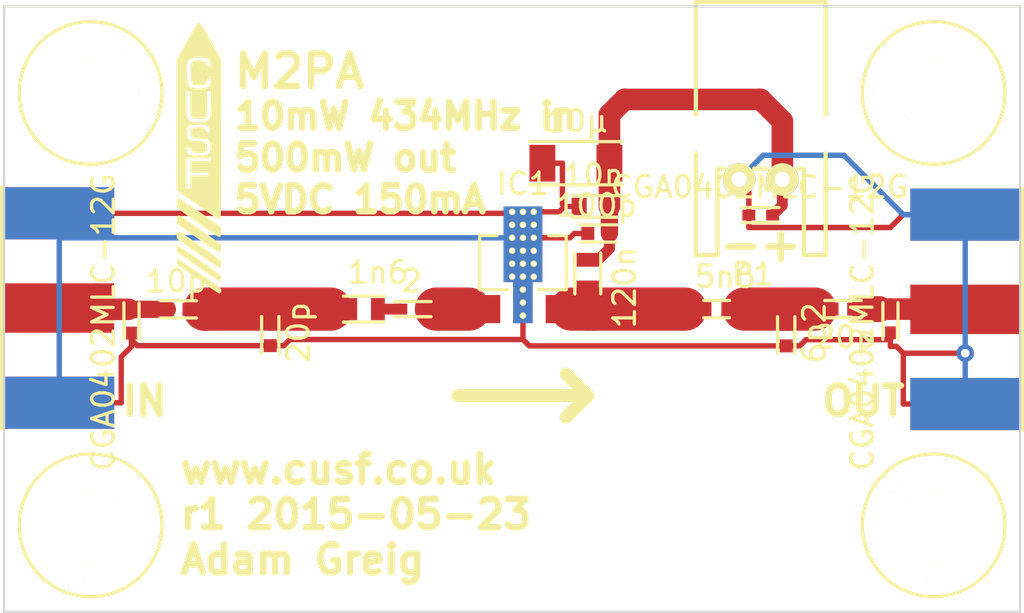
<source format=kicad_pcb>
(kicad_pcb (version 20171130) (host pcbnew "(5.1.12)-1")

  (general
    (thickness 1.6)
    (drawings 17)
    (tracks 122)
    (zones 0)
    (modules 23)
    (nets 10)
  )

  (page A4)
  (title_block
    (title "Martlet 2 RF PA")
    (date "Sat 23 May 2015")
    (rev 1)
    (company "Cambridge University Spaceflight")
    (comment 1 "Drawn By: Adam Greig")
  )

  (layers
    (0 F.Cu signal)
    (31 B.Cu signal)
    (32 B.Adhes user hide)
    (33 F.Adhes user hide)
    (34 B.Paste user)
    (35 F.Paste user)
    (36 B.SilkS user)
    (37 F.SilkS user)
    (38 B.Mask user)
    (39 F.Mask user)
    (40 Dwgs.User user)
    (41 Cmts.User user)
    (42 Eco1.User user)
    (43 Eco2.User user)
    (44 Edge.Cuts user)
    (45 Margin user)
    (46 B.CrtYd user)
    (47 F.CrtYd user)
    (48 B.Fab user)
    (49 F.Fab user)
  )

  (setup
    (last_trace_width 0.25)
    (user_trace_width 0.2)
    (user_trace_width 0.28)
    (user_trace_width 0.3)
    (user_trace_width 0.4)
    (user_trace_width 0.5)
    (user_trace_width 0.8)
    (user_trace_width 1)
    (user_trace_width 1.2)
    (user_trace_width 1.5)
    (user_trace_width 2)
    (trace_clearance 0.2)
    (zone_clearance 0.3)
    (zone_45_only no)
    (trace_min 0.2)
    (via_size 0.8)
    (via_drill 0.4)
    (via_min_size 0.8)
    (via_min_drill 0.4)
    (user_via 0.8 0.4)
    (user_via 1 0.6)
    (uvia_size 0.3)
    (uvia_drill 0.1)
    (uvias_allowed no)
    (uvia_min_size 0.2)
    (uvia_min_drill 0.1)
    (edge_width 0.1)
    (segment_width 0.6)
    (pcb_text_width 0.3)
    (pcb_text_size 1.5 1.5)
    (mod_edge_width 0.15)
    (mod_text_size 1 1)
    (mod_text_width 0.15)
    (pad_size 0.6 0.6)
    (pad_drill 0)
    (pad_to_mask_clearance 0)
    (aux_axis_origin 0 0)
    (visible_elements 7FFFFFFF)
    (pcbplotparams
      (layerselection 0x010f0_80000001)
      (usegerberextensions true)
      (usegerberattributes true)
      (usegerberadvancedattributes true)
      (creategerberjobfile true)
      (excludeedgelayer true)
      (linewidth 0.100000)
      (plotframeref false)
      (viasonmask false)
      (mode 1)
      (useauxorigin false)
      (hpglpennumber 1)
      (hpglpenspeed 20)
      (hpglpendiameter 15.000000)
      (psnegative false)
      (psa4output false)
      (plotreference false)
      (plotvalue false)
      (plotinvisibletext false)
      (padsonsilk false)
      (subtractmaskfromsilk false)
      (outputformat 1)
      (mirror false)
      (drillshape 0)
      (scaleselection 1)
      (outputdirectory "gerbers/"))
  )

  (net 0 "")
  (net 1 "Net-(C1-Pad1)")
  (net 2 "Net-(C1-Pad2)")
  (net 3 GND)
  (net 4 +5V)
  (net 5 "Net-(C5-Pad2)")
  (net 6 "Net-(C7-Pad2)")
  (net 7 "Net-(IC1-Pad1)")
  (net 8 "Net-(IC1-Pad3)")
  (net 9 "Net-(L1-Pad1)")

  (net_class Default "This is the default net class."
    (clearance 0.2)
    (trace_width 0.25)
    (via_dia 0.8)
    (via_drill 0.4)
    (uvia_dia 0.3)
    (uvia_drill 0.1)
    (add_net +5V)
    (add_net GND)
    (add_net "Net-(C1-Pad1)")
    (add_net "Net-(C1-Pad2)")
    (add_net "Net-(C5-Pad2)")
    (add_net "Net-(C7-Pad2)")
    (add_net "Net-(IC1-Pad1)")
    (add_net "Net-(IC1-Pad3)")
    (add_net "Net-(L1-Pad1)")
  )

  (module m2pa:C0402 locked (layer F.Cu) (tedit 53CD9C5E) (tstamp 55607FF7)
    (at 123.55 87.01 180)
    (path /537B564F)
    (fp_text reference C1 (at 0.4 -1.25 180) (layer F.SilkS) hide
      (effects (font (size 1 1) (thickness 0.15)))
    )
    (fp_text value 10p (at 0.6 1.3 180) (layer F.SilkS)
      (effects (font (size 1 1) (thickness 0.15)))
    )
    (fp_line (start -0.35 -0.4) (end 1.35 -0.4) (layer F.SilkS) (width 0.15))
    (fp_line (start -0.35 0.4) (end 1.35 0.4) (layer F.SilkS) (width 0.15))
    (pad 1 smd rect (at 0 0 180) (size 0.6 0.6) (layers F.Cu F.Paste F.Mask)
      (net 1 "Net-(C1-Pad1)"))
    (pad 2 smd rect (at 1 0 180) (size 0.6 0.6) (layers F.Cu F.Paste F.Mask)
      (net 2 "Net-(C1-Pad2)"))
  )

  (module m2pa:C0402 locked (layer F.Cu) (tedit 55609496) (tstamp 55607FFF)
    (at 127.31 88.69 90)
    (path /537B56E0)
    (fp_text reference C2 (at 0.4 -1.25 90) (layer F.SilkS) hide
      (effects (font (size 1 1) (thickness 0.15)))
    )
    (fp_text value 20p (at 0.6 1.3 90) (layer F.SilkS)
      (effects (font (size 1 1) (thickness 0.15)))
    )
    (fp_line (start -0.35 -0.4) (end 1.35 -0.4) (layer F.SilkS) (width 0.15))
    (fp_line (start -0.35 0.4) (end 1.35 0.4) (layer F.SilkS) (width 0.15))
    (pad 1 smd rect (at 0 0 90) (size 0.6 0.6) (layers F.Cu F.Paste F.Mask)
      (net 3 GND) (zone_connect 2))
    (pad 2 smd rect (at 1 0 90) (size 0.6 0.6) (layers F.Cu F.Paste F.Mask)
      (net 1 "Net-(C1-Pad1)"))
  )

  (module m2pa:C0402 (layer F.Cu) (tedit 53CD9C5E) (tstamp 55608007)
    (at 143 83.5 180)
    (path /537B5BFF)
    (fp_text reference C3 (at 0.4 -1.25 180) (layer F.SilkS) hide
      (effects (font (size 1 1) (thickness 0.15)))
    )
    (fp_text value 100p (at 0.6 1.3 180) (layer F.SilkS)
      (effects (font (size 1 1) (thickness 0.15)))
    )
    (fp_line (start -0.35 -0.4) (end 1.35 -0.4) (layer F.SilkS) (width 0.15))
    (fp_line (start -0.35 0.4) (end 1.35 0.4) (layer F.SilkS) (width 0.15))
    (pad 1 smd rect (at 0 0 180) (size 0.6 0.6) (layers F.Cu F.Paste F.Mask)
      (net 4 +5V))
    (pad 2 smd rect (at 1 0 180) (size 0.6 0.6) (layers F.Cu F.Paste F.Mask)
      (net 3 GND))
  )

  (module m2pa:C0603 (layer F.Cu) (tedit 53CD4DE5) (tstamp 5560800F)
    (at 143 82.25 180)
    (path /537B5C80)
    (fp_text reference C4 (at 0.7 -1.35 180) (layer F.SilkS) hide
      (effects (font (size 1 1) (thickness 0.15)))
    )
    (fp_text value 10n (at 0.75 1.45 180) (layer F.SilkS)
      (effects (font (size 1 1) (thickness 0.15)))
    )
    (fp_line (start -0.35 -0.5) (end 1.75 -0.5) (layer F.SilkS) (width 0.15))
    (fp_line (start 1.75 0.5) (end -0.35 0.5) (layer F.SilkS) (width 0.15))
    (pad 1 smd rect (at 0 0 180) (size 0.7 0.8) (layers F.Cu F.Paste F.Mask)
      (net 4 +5V))
    (pad 2 smd rect (at 1.4 0 180) (size 0.7 0.8) (layers F.Cu F.Paste F.Mask)
      (net 3 GND))
  )

  (module m2pa:C0402 locked (layer F.Cu) (tedit 5560948F) (tstamp 55608017)
    (at 151.18 88.7 90)
    (path /537B5A1A)
    (fp_text reference C5 (at 0.4 -1.25 90) (layer F.SilkS) hide
      (effects (font (size 1 1) (thickness 0.15)))
    )
    (fp_text value 6p2 (at 0.6 1.3 90) (layer F.SilkS)
      (effects (font (size 1 1) (thickness 0.15)))
    )
    (fp_line (start -0.35 -0.4) (end 1.35 -0.4) (layer F.SilkS) (width 0.15))
    (fp_line (start -0.35 0.4) (end 1.35 0.4) (layer F.SilkS) (width 0.15))
    (pad 1 smd rect (at 0 0 90) (size 0.6 0.6) (layers F.Cu F.Paste F.Mask)
      (net 3 GND) (zone_connect 2))
    (pad 2 smd rect (at 1 0 90) (size 0.6 0.6) (layers F.Cu F.Paste F.Mask)
      (net 5 "Net-(C5-Pad2)"))
  )

  (module m2pa:C1206 (layer F.Cu) (tedit 53CD9DEC) (tstamp 5560801F)
    (at 143 80.25 180)
    (path /537BBE5B)
    (fp_text reference C6 (at 1.4 -1.85 180) (layer F.SilkS) hide
      (effects (font (size 1 1) (thickness 0.15)))
    )
    (fp_text value 10µ (at 1.5 1.95 180) (layer F.SilkS)
      (effects (font (size 1 1) (thickness 0.15)))
    )
    (fp_line (start -0.6 -1) (end 3.7 -1) (layer F.SilkS) (width 0.15))
    (fp_line (start -0.6 1) (end 3.7 1) (layer F.SilkS) (width 0.15))
    (pad 1 smd rect (at 0 0 180) (size 1.2 1.7) (layers F.Cu F.Paste F.Mask)
      (net 4 +5V))
    (pad 2 smd rect (at 3.1 0 180) (size 1.2 1.7) (layers F.Cu F.Paste F.Mask)
      (net 3 GND))
  )

  (module m2pa:C0402 (layer F.Cu) (tedit 53CD9C5E) (tstamp 55608027)
    (at 153.3 87)
    (path /537B5AA3)
    (fp_text reference C7 (at 0.4 -1.25) (layer F.SilkS) hide
      (effects (font (size 1 1) (thickness 0.15)))
    )
    (fp_text value 20p (at 0.6 1.3) (layer F.SilkS)
      (effects (font (size 1 1) (thickness 0.15)))
    )
    (fp_line (start -0.35 -0.4) (end 1.35 -0.4) (layer F.SilkS) (width 0.15))
    (fp_line (start -0.35 0.4) (end 1.35 0.4) (layer F.SilkS) (width 0.15))
    (pad 1 smd rect (at 0 0) (size 0.6 0.6) (layers F.Cu F.Paste F.Mask)
      (net 5 "Net-(C5-Pad2)"))
    (pad 2 smd rect (at 1 0) (size 0.6 0.6) (layers F.Cu F.Paste F.Mask)
      (net 6 "Net-(C7-Pad2)"))
  )

  (module m2pa:R0402 (layer F.Cu) (tedit 53CDA370) (tstamp 5560802F)
    (at 120.89 87.01 270)
    (path /55607F4A)
    (fp_text reference D1 (at 0.4 -1.25 270) (layer F.SilkS) hide
      (effects (font (size 1 1) (thickness 0.15)))
    )
    (fp_text value CGA0402MLC-12G (at 0.6 1.3 270) (layer F.SilkS)
      (effects (font (size 1 1) (thickness 0.15)))
    )
    (fp_line (start -0.3 -0.35) (end 1.4 -0.35) (layer F.SilkS) (width 0.15))
    (fp_line (start -0.3 0.35) (end 1.4 0.35) (layer F.SilkS) (width 0.15))
    (pad 1 smd rect (at 0 0 270) (size 0.6 0.5) (layers F.Cu F.Paste F.Mask)
      (net 2 "Net-(C1-Pad2)"))
    (pad 2 smd rect (at 1.1 0 270) (size 0.6 0.5) (layers F.Cu F.Paste F.Mask)
      (net 3 GND))
  )

  (module m2pa:R0402 (layer F.Cu) (tedit 53CDA370) (tstamp 55608037)
    (at 156 87 270)
    (path /53D02CEB)
    (fp_text reference D2 (at 0.4 -1.25 270) (layer F.SilkS) hide
      (effects (font (size 1 1) (thickness 0.15)))
    )
    (fp_text value CGA0402MLC-12G (at 0.6 1.3 270) (layer F.SilkS)
      (effects (font (size 1 1) (thickness 0.15)))
    )
    (fp_line (start -0.3 -0.35) (end 1.4 -0.35) (layer F.SilkS) (width 0.15))
    (fp_line (start -0.3 0.35) (end 1.4 0.35) (layer F.SilkS) (width 0.15))
    (pad 1 smd rect (at 0 0 270) (size 0.6 0.5) (layers F.Cu F.Paste F.Mask)
      (net 6 "Net-(C7-Pad2)"))
    (pad 2 smd rect (at 1.1 0 270) (size 0.6 0.5) (layers F.Cu F.Paste F.Mask)
      (net 3 GND))
  )

  (module m2pa:L0603 locked (layer F.Cu) (tedit 53CD4A11) (tstamp 55608068)
    (at 132.29 87 180)
    (path /537BE636)
    (fp_text reference L1 (at 0 -1.6 180) (layer F.SilkS) hide
      (effects (font (size 1 1) (thickness 0.15)))
    )
    (fp_text value 1n6 (at 0 1.7 180) (layer F.SilkS)
      (effects (font (size 1 1) (thickness 0.15)))
    )
    (fp_line (start -0.3 -0.6) (end 1.6 -0.6) (layer F.SilkS) (width 0.15))
    (fp_line (start -0.3 0.6) (end 1.6 0.6) (layer F.SilkS) (width 0.15))
    (pad 1 smd rect (at 0 0 180) (size 0.64 1.02) (layers F.Cu F.Paste F.Mask)
      (net 9 "Net-(L1-Pad1)"))
    (pad 2 smd rect (at 1.28 0 180) (size 0.64 1.02) (layers F.Cu F.Paste F.Mask)
      (net 1 "Net-(C1-Pad1)"))
  )

  (module m2pa:L0603 (layer F.Cu) (tedit 53CD4A11) (tstamp 55608070)
    (at 142 86 90)
    (path /537BE815)
    (fp_text reference L2 (at 0 -1.6 90) (layer F.SilkS) hide
      (effects (font (size 1 1) (thickness 0.15)))
    )
    (fp_text value 120n (at 0 1.7 90) (layer F.SilkS)
      (effects (font (size 1 1) (thickness 0.15)))
    )
    (fp_line (start -0.3 -0.6) (end 1.6 -0.6) (layer F.SilkS) (width 0.15))
    (fp_line (start -0.3 0.6) (end 1.6 0.6) (layer F.SilkS) (width 0.15))
    (pad 1 smd rect (at 0 0 90) (size 0.64 1.02) (layers F.Cu F.Paste F.Mask)
      (net 8 "Net-(IC1-Pad3)"))
    (pad 2 smd rect (at 1.28 0 90) (size 0.64 1.02) (layers F.Cu F.Paste F.Mask)
      (net 4 +5V))
  )

  (module m2pa:L0402 locked (layer F.Cu) (tedit 53CD4996) (tstamp 55608078)
    (at 148.36 87 180)
    (path /537BEED9)
    (fp_text reference L3 (at 0 -1.4 180) (layer F.SilkS) hide
      (effects (font (size 1 1) (thickness 0.15)))
    )
    (fp_text value 5n6 (at 0 1.5 180) (layer F.SilkS)
      (effects (font (size 1 1) (thickness 0.15)))
    )
    (fp_line (start -0.2 -0.4) (end 1 -0.4) (layer F.SilkS) (width 0.15))
    (fp_line (start -0.2 0.4) (end 1 0.4) (layer F.SilkS) (width 0.15))
    (pad 1 smd rect (at 0 0 180) (size 0.36 0.66) (layers F.Cu F.Paste F.Mask)
      (net 5 "Net-(C5-Pad2)"))
    (pad 2 smd rect (at 0.82 0 180) (size 0.36 0.66) (layers F.Cu F.Paste F.Mask)
      (net 8 "Net-(IC1-Pad3)"))
  )

  (module m2pa:S02B-PASK-2 (layer F.Cu) (tedit 555D2368) (tstamp 5560808C)
    (at 149 81)
    (path /55608520)
    (fp_text reference P1 (at 0.64 4.38) (layer F.SilkS)
      (effects (font (size 1 1) (thickness 0.15)))
    )
    (fp_text value CONN_01X02 (at 0.41 -7.21) (layer F.SilkS) hide
      (effects (font (size 1 1) (thickness 0.15)))
    )
    (fp_line (start -2 -8.2) (end -2 -3) (layer F.SilkS) (width 0.2))
    (fp_line (start -2 -1.2) (end -2 3.5) (layer F.SilkS) (width 0.2))
    (fp_line (start 4 3.5) (end 4 -1.2) (layer F.SilkS) (width 0.2))
    (fp_line (start 4 -3) (end 4 -8.2) (layer F.SilkS) (width 0.2))
    (fp_line (start 4 -8.2) (end -2 -8.2) (layer F.SilkS) (width 0.2))
    (fp_line (start -1 3.5) (end -1 -0.5) (layer F.SilkS) (width 0.2))
    (fp_line (start -2 3.5) (end -1 3.5) (layer F.SilkS) (width 0.2))
    (fp_line (start 3 3.5) (end 3 -0.5) (layer F.SilkS) (width 0.2))
    (fp_line (start 4 3.5) (end 3 3.5) (layer F.SilkS) (width 0.2))
    (fp_line (start -1 -0.5) (end -0.7 -0.5) (layer F.SilkS) (width 0.2))
    (fp_line (start 0.7 -0.5) (end 1.3 -0.5) (layer F.SilkS) (width 0.2))
    (fp_line (start 3 -0.5) (end 2.7 -0.5) (layer F.SilkS) (width 0.2))
    (pad 1 thru_hole circle (at 0 0) (size 1.5 1.5) (drill 0.7) (layers *.Cu *.Mask F.SilkS)
      (net 3 GND))
    (pad 2 thru_hole circle (at 2 0) (size 1.5 1.5) (drill 0.7) (layers *.Cu *.Mask F.SilkS)
      (net 4 +5V))
    (pad "" np_thru_hole circle (at -1.5 -2.1) (size 1.2 1.2) (drill 1.2) (layers *.Cu *.Mask F.SilkS))
    (pad "" np_thru_hole circle (at 3.5 -2.1) (size 1.2 1.2) (drill 1.2) (layers *.Cu *.Mask F.SilkS))
  )

  (module m2pa:R0402 locked (layer F.Cu) (tedit 53CDA370) (tstamp 556080A8)
    (at 134.45 87 180)
    (path /537BE047)
    (fp_text reference R1 (at 0.4 -1.25 180) (layer F.SilkS) hide
      (effects (font (size 1 1) (thickness 0.15)))
    )
    (fp_text value 2 (at 0.6 1.3 180) (layer F.SilkS)
      (effects (font (size 1 1) (thickness 0.15)))
    )
    (fp_line (start -0.3 -0.35) (end 1.4 -0.35) (layer F.SilkS) (width 0.15))
    (fp_line (start -0.3 0.35) (end 1.4 0.35) (layer F.SilkS) (width 0.15))
    (pad 1 smd rect (at 0 0 180) (size 0.6 0.5) (layers F.Cu F.Paste F.Mask)
      (net 7 "Net-(IC1-Pad1)"))
    (pad 2 smd rect (at 1.1 0 180) (size 0.6 0.5) (layers F.Cu F.Paste F.Mask)
      (net 9 "Net-(L1-Pad1)"))
  )

  (module m2pa:M3_MOUNT (layer F.Cu) (tedit 53DC1522) (tstamp 556083F8)
    (at 158 77)
    (fp_text reference M3_MOUNT_4 (at 0 -4) (layer F.SilkS) hide
      (effects (font (size 1 1) (thickness 0.15)))
    )
    (fp_text value VAL** (at 0 4) (layer F.SilkS) hide
      (effects (font (size 1 1) (thickness 0.15)))
    )
    (fp_circle (center 0 0) (end 3.3 0) (layer F.SilkS) (width 0.15))
    (pad "" np_thru_hole circle (at 0 0) (size 3.3 3.3) (drill 3.3) (layers *.Cu *.Mask F.Paste F.SilkS)
      (solder_mask_margin 1.5) (clearance 1.65))
    (pad "" np_thru_hole circle (at 0 -2.5) (size 0.6 0.6) (drill 0.6) (layers *.Cu *.Mask F.SilkS))
    (pad "" np_thru_hole circle (at 2.5 0) (size 0.6 0.6) (drill 0.6) (layers *.Cu *.Mask F.SilkS))
    (pad "" np_thru_hole circle (at 0 2.5) (size 0.6 0.6) (drill 0.6) (layers *.Cu *.Mask F.SilkS))
    (pad "" np_thru_hole circle (at -2.5 0) (size 0.6 0.6) (drill 0.6) (layers *.Cu *.Mask F.SilkS))
    (pad "" np_thru_hole circle (at -1.8 -1.8) (size 0.6 0.6) (drill 0.6) (layers *.Cu *.Mask F.SilkS))
    (pad "" np_thru_hole circle (at 1.8 -1.8) (size 0.6 0.6) (drill 0.6) (layers *.Cu *.Mask F.SilkS))
    (pad "" np_thru_hole circle (at -1.8 1.8) (size 0.6 0.6) (drill 0.6) (layers *.Cu *.Mask F.SilkS))
    (pad "" np_thru_hole circle (at 1.8 1.8) (size 0.6 0.6) (drill 0.6) (layers *.Cu *.Mask F.SilkS))
  )

  (module m2pa:M3_MOUNT (layer F.Cu) (tedit 53DC1522) (tstamp 55608415)
    (at 119 97)
    (fp_text reference M3_MOUNT_3 (at 0 -4) (layer F.SilkS) hide
      (effects (font (size 1 1) (thickness 0.15)))
    )
    (fp_text value VAL** (at 0 4) (layer F.SilkS) hide
      (effects (font (size 1 1) (thickness 0.15)))
    )
    (fp_circle (center 0 0) (end 3.3 0) (layer F.SilkS) (width 0.15))
    (pad "" np_thru_hole circle (at 0 0) (size 3.3 3.3) (drill 3.3) (layers *.Cu *.Mask F.Paste F.SilkS)
      (solder_mask_margin 1.5) (clearance 1.65))
    (pad "" np_thru_hole circle (at 0 -2.5) (size 0.6 0.6) (drill 0.6) (layers *.Cu *.Mask F.SilkS))
    (pad "" np_thru_hole circle (at 2.5 0) (size 0.6 0.6) (drill 0.6) (layers *.Cu *.Mask F.SilkS))
    (pad "" np_thru_hole circle (at 0 2.5) (size 0.6 0.6) (drill 0.6) (layers *.Cu *.Mask F.SilkS))
    (pad "" np_thru_hole circle (at -2.5 0) (size 0.6 0.6) (drill 0.6) (layers *.Cu *.Mask F.SilkS))
    (pad "" np_thru_hole circle (at -1.8 -1.8) (size 0.6 0.6) (drill 0.6) (layers *.Cu *.Mask F.SilkS))
    (pad "" np_thru_hole circle (at 1.8 -1.8) (size 0.6 0.6) (drill 0.6) (layers *.Cu *.Mask F.SilkS))
    (pad "" np_thru_hole circle (at -1.8 1.8) (size 0.6 0.6) (drill 0.6) (layers *.Cu *.Mask F.SilkS))
    (pad "" np_thru_hole circle (at 1.8 1.8) (size 0.6 0.6) (drill 0.6) (layers *.Cu *.Mask F.SilkS))
  )

  (module m2pa:M3_MOUNT (layer F.Cu) (tedit 53DC1522) (tstamp 5560847A)
    (at 158 97)
    (fp_text reference M3_MOUNT_2 (at 0 -4) (layer F.SilkS) hide
      (effects (font (size 1 1) (thickness 0.15)))
    )
    (fp_text value VAL** (at 0 4) (layer F.SilkS) hide
      (effects (font (size 1 1) (thickness 0.15)))
    )
    (fp_circle (center 0 0) (end 3.3 0) (layer F.SilkS) (width 0.15))
    (pad "" np_thru_hole circle (at 0 0) (size 3.3 3.3) (drill 3.3) (layers *.Cu *.Mask F.Paste F.SilkS)
      (solder_mask_margin 1.5) (clearance 1.65))
    (pad "" np_thru_hole circle (at 0 -2.5) (size 0.6 0.6) (drill 0.6) (layers *.Cu *.Mask F.SilkS))
    (pad "" np_thru_hole circle (at 2.5 0) (size 0.6 0.6) (drill 0.6) (layers *.Cu *.Mask F.SilkS))
    (pad "" np_thru_hole circle (at 0 2.5) (size 0.6 0.6) (drill 0.6) (layers *.Cu *.Mask F.SilkS))
    (pad "" np_thru_hole circle (at -2.5 0) (size 0.6 0.6) (drill 0.6) (layers *.Cu *.Mask F.SilkS))
    (pad "" np_thru_hole circle (at -1.8 -1.8) (size 0.6 0.6) (drill 0.6) (layers *.Cu *.Mask F.SilkS))
    (pad "" np_thru_hole circle (at 1.8 -1.8) (size 0.6 0.6) (drill 0.6) (layers *.Cu *.Mask F.SilkS))
    (pad "" np_thru_hole circle (at -1.8 1.8) (size 0.6 0.6) (drill 0.6) (layers *.Cu *.Mask F.SilkS))
    (pad "" np_thru_hole circle (at 1.8 1.8) (size 0.6 0.6) (drill 0.6) (layers *.Cu *.Mask F.SilkS))
  )

  (module m2pa:M3_MOUNT (layer F.Cu) (tedit 53DC1522) (tstamp 556084A9)
    (at 119 77)
    (fp_text reference M3_MOUNT (at 0 -4) (layer F.SilkS) hide
      (effects (font (size 1 1) (thickness 0.15)))
    )
    (fp_text value VAL** (at 0 4) (layer F.SilkS) hide
      (effects (font (size 1 1) (thickness 0.15)))
    )
    (fp_circle (center 0 0) (end 3.3 0) (layer F.SilkS) (width 0.15))
    (pad "" np_thru_hole circle (at 0 0) (size 3.3 3.3) (drill 3.3) (layers *.Cu *.Mask F.Paste F.SilkS)
      (solder_mask_margin 1.5) (clearance 1.65))
    (pad "" np_thru_hole circle (at 0 -2.5) (size 0.6 0.6) (drill 0.6) (layers *.Cu *.Mask F.SilkS))
    (pad "" np_thru_hole circle (at 2.5 0) (size 0.6 0.6) (drill 0.6) (layers *.Cu *.Mask F.SilkS))
    (pad "" np_thru_hole circle (at 0 2.5) (size 0.6 0.6) (drill 0.6) (layers *.Cu *.Mask F.SilkS))
    (pad "" np_thru_hole circle (at -2.5 0) (size 0.6 0.6) (drill 0.6) (layers *.Cu *.Mask F.SilkS))
    (pad "" np_thru_hole circle (at -1.8 -1.8) (size 0.6 0.6) (drill 0.6) (layers *.Cu *.Mask F.SilkS))
    (pad "" np_thru_hole circle (at 1.8 -1.8) (size 0.6 0.6) (drill 0.6) (layers *.Cu *.Mask F.SilkS))
    (pad "" np_thru_hole circle (at -1.8 1.8) (size 0.6 0.6) (drill 0.6) (layers *.Cu *.Mask F.SilkS))
    (pad "" np_thru_hole circle (at 1.8 1.8) (size 0.6 0.6) (drill 0.6) (layers *.Cu *.Mask F.SilkS))
  )

  (module m2pa:R0402 (layer F.Cu) (tedit 53CDA370) (tstamp 556089EF)
    (at 150.55 82.65 180)
    (path /55608B21)
    (fp_text reference D3 (at 0.4 -1.25 180) (layer F.SilkS) hide
      (effects (font (size 1 1) (thickness 0.15)))
    )
    (fp_text value CGA0402MLC-12G (at 0.6 1.3 180) (layer F.SilkS)
      (effects (font (size 1 1) (thickness 0.15)))
    )
    (fp_line (start -0.3 -0.35) (end 1.4 -0.35) (layer F.SilkS) (width 0.15))
    (fp_line (start -0.3 0.35) (end 1.4 0.35) (layer F.SilkS) (width 0.15))
    (pad 1 smd rect (at 0 0 180) (size 0.6 0.5) (layers F.Cu F.Paste F.Mask)
      (net 4 +5V))
    (pad 2 smd rect (at 1.1 0 180) (size 0.6 0.5) (layers F.Cu F.Paste F.Mask)
      (net 3 GND))
  )

  (module m2pa:SMA-142-0701-801 (layer F.Cu) (tedit 55609D61) (tstamp 556080A0)
    (at 159.46 87.01 270)
    (path /537B7B92)
    (fp_text reference P3 (at 0 -4.064 270) (layer F.SilkS) hide
      (effects (font (size 1 1) (thickness 0.15)))
    )
    (fp_text value SMA (at -3.556 3.81 270) (layer F.SilkS) hide
      (effects (font (size 1 1) (thickness 0.15)))
    )
    (fp_line (start -5.588 -2.667) (end 5.588 -2.667) (layer F.SilkS) (width 0.15))
    (pad 1 smd rect (at 0 0 270) (size 2.286 5.08) (layers F.Cu F.Mask)
      (net 6 "Net-(C7-Pad2)") (zone_connect 2))
    (pad 2 smd rect (at -4.3815 0 270) (size 2.413 5.08) (layers F.Cu F.Mask)
      (net 3 GND) (zone_connect 2))
    (pad 3 smd rect (at 4.3815 0 270) (size 2.413 5.08) (layers F.Cu F.Mask)
      (net 3 GND) (zone_connect 2))
    (pad 4 smd rect (at -4.3815 0 270) (size 2.413 5.08) (layers B.Cu B.Mask)
      (net 3 GND) (zone_connect 2))
    (pad 5 smd rect (at 4.3815 0 270) (size 2.413 5.08) (layers B.Cu B.Mask)
      (net 3 GND) (zone_connect 2))
  )

  (module m2pa:SMA-142-0701-801 (layer F.Cu) (tedit 55609D61) (tstamp 55608096)
    (at 117.55 86.95 90)
    (path /555D1B9C)
    (fp_text reference P2 (at 0 -4.064 90) (layer F.SilkS) hide
      (effects (font (size 1 1) (thickness 0.15)))
    )
    (fp_text value SMA (at -3.556 3.81 90) (layer F.SilkS) hide
      (effects (font (size 1 1) (thickness 0.15)))
    )
    (fp_line (start -5.588 -2.667) (end 5.588 -2.667) (layer F.SilkS) (width 0.15))
    (pad 1 smd rect (at 0 0 90) (size 2.286 5.08) (layers F.Cu F.Mask)
      (net 2 "Net-(C1-Pad2)") (zone_connect 2))
    (pad 2 smd rect (at -4.3815 0 90) (size 2.413 5.08) (layers F.Cu F.Mask)
      (net 3 GND) (zone_connect 2))
    (pad 3 smd rect (at 4.3815 0 90) (size 2.413 5.08) (layers F.Cu F.Mask)
      (net 3 GND) (zone_connect 2))
    (pad 4 smd rect (at -4.3815 0 90) (size 2.413 5.08) (layers B.Cu B.Mask)
      (net 3 GND) (zone_connect 2))
    (pad 5 smd rect (at 4.3815 0 90) (size 2.413 5.08) (layers B.Cu B.Mask)
      (net 3 GND) (zone_connect 2))
  )

  (module m2pa:SOT89-3 (layer F.Cu) (tedit 5560A450) (tstamp 55608060)
    (at 139 87)
    (path /53792B5C)
    (fp_text reference IC1 (at 0 -5.8) (layer F.SilkS)
      (effects (font (size 1 1) (thickness 0.15)))
    )
    (fp_text value ADL5324 (at 0 1.8) (layer F.SilkS) hide
      (effects (font (size 1 1) (thickness 0.15)))
    )
    (fp_line (start -1.5 -3.4) (end -1.2 -3.4) (layer F.SilkS) (width 0.15))
    (fp_line (start 1.2 -3.4) (end 1.5 -3.4) (layer F.SilkS) (width 0.15))
    (fp_line (start -1.5 -0.9) (end -0.7 -0.9) (layer F.SilkS) (width 0.15))
    (fp_line (start 1.5 -0.9) (end 0.7 -0.9) (layer F.SilkS) (width 0.15))
    (fp_line (start -2 -0.9) (end -1.5 -0.9) (layer F.SilkS) (width 0.15))
    (fp_line (start -2 -3.4) (end -2 -0.9) (layer F.SilkS) (width 0.15))
    (fp_line (start -1.5 -3.4) (end -2 -3.4) (layer F.SilkS) (width 0.15))
    (fp_line (start 2 -3.4) (end 1.5 -3.4) (layer F.SilkS) (width 0.15))
    (fp_line (start 2 -0.9) (end 2 -3.4) (layer F.SilkS) (width 0.15))
    (fp_line (start 1.5 -0.9) (end 2 -0.9) (layer F.SilkS) (width 0.15))
    (pad 2 smd rect (at 0 -0.3 180) (size 0.9 1.9) (layers F.Cu F.Paste F.Mask)
      (net 3 GND) (zone_connect 2))
    (pad 1 smd rect (at -1.5 0 180) (size 0.9 1.3) (layers F.Cu F.Paste F.Mask)
      (net 7 "Net-(IC1-Pad1)"))
    (pad 3 smd rect (at 1.5 0 180) (size 0.9 1.3) (layers F.Cu F.Paste F.Mask)
      (net 8 "Net-(IC1-Pad3)"))
    (pad 2 smd rect (at 0 -3 180) (size 1.8 3.5) (layers F.Cu F.Paste F.Mask)
      (net 3 GND) (zone_connect 2))
    (pad 2 thru_hole circle (at 0 -0.3 180) (size 0.3 0.3) (drill 0.2) (layers *.Cu F.SilkS F.Mask)
      (net 3 GND) (zone_connect 2))
    (pad 2 thru_hole circle (at 0 0.3 180) (size 0.3 0.3) (drill 0.2) (layers *.Cu F.SilkS F.Mask)
      (net 3 GND) (zone_connect 2))
    (pad 2 thru_hole circle (at 0 -0.9 180) (size 0.3 0.3) (drill 0.2) (layers *.Cu F.SilkS F.Mask)
      (net 3 GND) (zone_connect 2))
    (pad 2 thru_hole circle (at 0 -1.5 180) (size 0.3 0.3) (drill 0.2) (layers *.Cu F.SilkS F.Mask)
      (net 3 GND) (zone_connect 2))
    (pad 2 thru_hole circle (at 0 -2.1 180) (size 0.3 0.3) (drill 0.2) (layers *.Cu F.SilkS F.Mask)
      (net 3 GND) (zone_connect 2))
    (pad 2 thru_hole circle (at 0 -2.7 180) (size 0.3 0.3) (drill 0.2) (layers *.Cu F.SilkS F.Mask)
      (net 3 GND) (zone_connect 2))
    (pad 2 thru_hole circle (at 0 -3.3 180) (size 0.3 0.3) (drill 0.2) (layers *.Cu F.SilkS F.Mask)
      (net 3 GND) (zone_connect 2))
    (pad 2 thru_hole circle (at 0 -3.9 180) (size 0.3 0.3) (drill 0.2) (layers *.Cu F.SilkS F.Mask)
      (net 3 GND) (zone_connect 2))
    (pad 2 thru_hole circle (at 0 -4.5 180) (size 0.3 0.3) (drill 0.2) (layers *.Cu F.SilkS F.Mask)
      (net 3 GND) (zone_connect 2))
    (pad 2 thru_hole circle (at 0.5 -1.5 180) (size 0.3 0.3) (drill 0.2) (layers *.Cu F.SilkS F.Mask)
      (net 3 GND) (zone_connect 2))
    (pad 2 thru_hole circle (at 0.5 -2.1 180) (size 0.3 0.3) (drill 0.2) (layers *.Cu F.SilkS F.Mask)
      (net 3 GND) (zone_connect 2))
    (pad 2 thru_hole circle (at 0.5 -2.7 180) (size 0.3 0.3) (drill 0.2) (layers *.Cu F.SilkS F.Mask)
      (net 3 GND) (zone_connect 2))
    (pad 2 thru_hole circle (at 0.5 -3.3 180) (size 0.3 0.3) (drill 0.2) (layers *.Cu F.SilkS F.Mask)
      (net 3 GND) (zone_connect 2))
    (pad 2 thru_hole circle (at 0.5 -3.9 180) (size 0.3 0.3) (drill 0.2) (layers *.Cu F.SilkS F.Mask)
      (net 3 GND) (zone_connect 2))
    (pad 2 thru_hole circle (at -0.5 -3.9 180) (size 0.3 0.3) (drill 0.2) (layers *.Cu F.SilkS F.Mask)
      (net 3 GND) (zone_connect 2))
    (pad 2 thru_hole circle (at -0.5 -3.3 180) (size 0.3 0.3) (drill 0.2) (layers *.Cu F.SilkS F.Mask)
      (net 3 GND) (zone_connect 2))
    (pad 2 thru_hole circle (at -0.5 -2.7 180) (size 0.3 0.3) (drill 0.2) (layers *.Cu F.SilkS F.Mask)
      (net 3 GND) (zone_connect 2))
    (pad 2 thru_hole circle (at -0.5 -2.1 180) (size 0.3 0.3) (drill 0.2) (layers *.Cu F.SilkS F.Mask)
      (net 3 GND) (zone_connect 2))
    (pad 2 thru_hole circle (at -0.5 -1.5 180) (size 0.3 0.3) (drill 0.2) (layers *.Cu F.SilkS F.Mask)
      (net 3 GND) (zone_connect 2))
    (pad 2 thru_hole circle (at -0.5 -4.5 180) (size 0.3 0.3) (drill 0.2) (layers *.Cu F.SilkS F.Mask)
      (net 3 GND) (zone_connect 2))
    (pad 2 thru_hole circle (at 0.5 -4.5 180) (size 0.3 0.3) (drill 0.2) (layers *.Cu F.SilkS F.Mask)
      (net 3 GND) (zone_connect 2))
    (pad 2 smd rect (at 0 -3 180) (size 1.8 3.5) (layers B.Cu)
      (net 3 GND) (zone_connect 2))
    (pad 2 smd rect (at 0 -0.3 180) (size 0.9 1.9) (layers B.Cu)
      (net 3 GND) (zone_connect 2))
  )

  (module m2pa:cusf_logo_small (layer F.Cu) (tedit 0) (tstamp 5560CEAD)
    (at 124 80)
    (fp_text reference G*** (at 0 0) (layer F.SilkS) hide
      (effects (font (size 1.524 1.524) (thickness 0.3)))
    )
    (fp_text value LOGO (at 0.75 0) (layer F.SilkS) hide
      (effects (font (size 1.524 1.524) (thickness 0.3)))
    )
    (fp_poly (pts (xy 0.994954 -4.512126) (xy 0.989602 -0.864355) (xy 0.988922 -0.40392) (xy 0.988277 0.016045)
      (xy 0.987643 0.397406) (xy 0.986995 0.742026) (xy 0.986311 1.05177) (xy 0.985564 1.328502)
      (xy 0.98473 1.574087) (xy 0.983786 1.790388) (xy 0.982707 1.979271) (xy 0.981469 2.142598)
      (xy 0.980047 2.282235) (xy 0.978417 2.400047) (xy 0.976555 2.497896) (xy 0.974436 2.577648)
      (xy 0.972036 2.641166) (xy 0.96933 2.690315) (xy 0.966295 2.72696) (xy 0.962906 2.752965)
      (xy 0.959138 2.770193) (xy 0.954968 2.780509) (xy 0.950371 2.785778) (xy 0.945322 2.787864)
      (xy 0.941917 2.78838) (xy 0.914543 2.777381) (xy 0.854647 2.742682) (xy 0.763974 2.685439)
      (xy 0.644271 2.606807) (xy 0.619973 2.590463) (xy 0.619973 -3.704167) (xy 0.47932 -3.704167)
      (xy 0.338667 -3.704167) (xy 0.338667 -3.631461) (xy 0.326661 -3.534217) (xy 0.292835 -3.462218)
      (xy 0.256067 -3.430106) (xy 0.196567 -3.411154) (xy 0.110079 -3.398639) (xy 0.011547 -3.393206)
      (xy -0.084081 -3.395505) (xy -0.161859 -3.40618) (xy -0.179847 -3.411237) (xy -0.225411 -3.431516)
      (xy -0.260016 -3.461319) (xy -0.285128 -3.506146) (xy -0.302211 -3.571499) (xy -0.31273 -3.66288)
      (xy -0.318149 -3.78579) (xy -0.31991 -3.93731) (xy -0.318068 -4.100152) (xy -0.310808 -4.225172)
      (xy -0.297258 -4.316636) (xy -0.276542 -4.378812) (xy -0.247786 -4.415966) (xy -0.21889 -4.43041)
      (xy -0.126724 -4.45195) (xy -0.045144 -4.460393) (xy 0.047676 -4.457374) (xy 0.090214 -4.453584)
      (xy 0.19419 -4.437497) (xy 0.262451 -4.410432) (xy 0.301168 -4.36756) (xy 0.31651 -4.30405)
      (xy 0.3175 -4.275667) (xy 0.3175 -4.191) (xy 0.457981 -4.191) (xy 0.598463 -4.191)
      (xy 0.587767 -4.324248) (xy 0.570581 -4.442159) (xy 0.53731 -4.532926) (xy 0.483476 -4.599585)
      (xy 0.404605 -4.645171) (xy 0.296219 -4.672718) (xy 0.153842 -4.685261) (xy 0.052917 -4.686855)
      (xy -0.124376 -4.681019) (xy -0.265316 -4.663061) (xy -0.37467 -4.63091) (xy -0.457207 -4.582497)
      (xy -0.517697 -4.515751) (xy -0.560908 -4.428601) (xy -0.564409 -4.418837) (xy -0.585027 -4.329766)
      (xy -0.598139 -4.209513) (xy -0.604111 -4.067732) (xy -0.603308 -3.914082) (xy -0.596096 -3.75822)
      (xy -0.582841 -3.609802) (xy -0.563909 -3.478486) (xy -0.539663 -3.373929) (xy -0.523155 -3.32901)
      (xy -0.477635 -3.272119) (xy -0.401517 -3.221679) (xy -0.306533 -3.184794) (xy -0.271267 -3.176453)
      (xy -0.166129 -3.163052) (xy -0.036832 -3.157175) (xy 0.099129 -3.158807) (xy 0.224259 -3.167932)
      (xy 0.286727 -3.176972) (xy 0.36528 -3.194604) (xy 0.434836 -3.215469) (xy 0.467677 -3.228956)
      (xy 0.528915 -3.284066) (xy 0.573981 -3.376693) (xy 0.602049 -3.504897) (xy 0.607603 -3.55661)
      (xy 0.619973 -3.704167) (xy 0.619973 2.590463) (xy 0.61812 2.589217) (xy 0.61812 -3.132667)
      (xy 0.478393 -3.132667) (xy 0.338667 -3.132667) (xy 0.337745 -2.619375) (xy 0.33665 -2.425996)
      (xy 0.333839 -2.270419) (xy 0.328872 -2.148132) (xy 0.321308 -2.054622) (xy 0.310709 -1.985377)
      (xy 0.296632 -1.935886) (xy 0.27864 -1.901636) (xy 0.266312 -1.887053) (xy 0.226703 -1.869257)
      (xy 0.156521 -1.856971) (xy 0.067143 -1.850213) (xy -0.030053 -1.849004) (xy -0.123692 -1.853362)
      (xy -0.202396 -1.863308) (xy -0.25479 -1.878859) (xy -0.265339 -1.886147) (xy -0.286428 -1.913758)
      (xy -0.303157 -1.952899) (xy -0.315992 -2.008212) (xy -0.325403 -2.084342) (xy -0.331857 -2.185931)
      (xy -0.335821 -2.317624) (xy -0.337764 -2.484064) (xy -0.338162 -2.608792) (xy -0.338666 -3.132667)
      (xy -0.477927 -3.132667) (xy -0.617187 -3.132667) (xy -0.609824 -2.513542) (xy -0.607258 -2.327543)
      (xy -0.604279 -2.179067) (xy -0.600602 -2.063305) (xy -0.595941 -1.975447) (xy -0.590011 -1.910683)
      (xy -0.582527 -1.864203) (xy -0.573205 -1.831198) (xy -0.568735 -1.820333) (xy -0.515076 -1.733828)
      (xy -0.441206 -1.675442) (xy -0.343971 -1.638577) (xy -0.260895 -1.623921) (xy -0.149429 -1.614662)
      (xy -0.023186 -1.610927) (xy 0.104219 -1.612845) (xy 0.219171 -1.620544) (xy 0.300583 -1.632492)
      (xy 0.412066 -1.666588) (xy 0.491262 -1.717697) (xy 0.546869 -1.792221) (xy 0.562507 -1.825352)
      (xy 0.573915 -1.856978) (xy 0.583059 -1.895463) (xy 0.590287 -1.946013) (xy 0.59595 -2.013831)
      (xy 0.600396 -2.104121) (xy 0.603974 -2.222087) (xy 0.607034 -2.372933) (xy 0.609391 -2.524125)
      (xy 0.61812 -3.132667) (xy 0.61812 2.589217) (xy 0.613834 2.586334) (xy 0.613834 0.211667)
      (xy 0.613834 0.09525) (xy 0.613834 -0.021167) (xy 0.602885 -0.021167) (xy 0.602885 -0.512006)
      (xy 0.596344 -0.627817) (xy 0.576036 -0.727283) (xy 0.543535 -0.799314) (xy 0.534519 -0.810812)
      (xy 0.485633 -0.851877) (xy 0.417233 -0.883417) (xy 0.322492 -0.907544) (xy 0.194587 -0.926371)
      (xy 0.143502 -0.931825) (xy -0.006977 -0.947088) (xy -0.120529 -0.960581) (xy -0.202353 -0.974716)
      (xy -0.257646 -0.991909) (xy -0.291609 -1.014572) (xy -0.30944 -1.045122) (xy -0.316337 -1.085971)
      (xy -0.317499 -1.139534) (xy -0.3175 -1.145904) (xy -0.312103 -1.235298) (xy -0.291271 -1.292888)
      (xy -0.248039 -1.328348) (xy -0.175444 -1.351349) (xy -0.16851 -1.352866) (xy -0.020478 -1.374243)
      (xy 0.102417 -1.370514) (xy 0.197509 -1.342646) (xy 0.262129 -1.291606) (xy 0.293613 -1.21836)
      (xy 0.296334 -1.184338) (xy 0.300799 -1.162124) (xy 0.320344 -1.149639) (xy 0.364191 -1.144169)
      (xy 0.436878 -1.143) (xy 0.577423 -1.143) (xy 0.56499 -1.263463) (xy 0.542122 -1.374313)
      (xy 0.495978 -1.45597) (xy 0.420424 -1.517951) (xy 0.390218 -1.534583) (xy 0.351303 -1.551674)
      (xy 0.307719 -1.563526) (xy 0.251062 -1.571051) (xy 0.172928 -1.575161) (xy 0.064914 -1.576767)
      (xy 0 -1.576917) (xy -0.15977 -1.574556) (xy -0.283352 -1.56625) (xy -0.376693 -1.55016)
      (xy -0.445739 -1.524451) (xy -0.496435 -1.487285) (xy -0.534729 -1.436824) (xy -0.550727 -1.406769)
      (xy -0.579266 -1.317108) (xy -0.594622 -1.203787) (xy -0.596345 -1.08352) (xy -0.583984 -0.97302)
      (xy -0.564255 -0.904309) (xy -0.53354 -0.852161) (xy -0.486499 -0.810315) (xy -0.418299 -0.777187)
      (xy -0.324106 -0.751191) (xy -0.199089 -0.730742) (xy -0.038415 -0.714254) (xy 0.03175 -0.708788)
      (xy 0.122823 -0.699287) (xy 0.202133 -0.685868) (xy 0.25691 -0.670884) (xy 0.268886 -0.66511)
      (xy 0.309907 -0.616453) (xy 0.330261 -0.545136) (xy 0.331053 -0.464027) (xy 0.313384 -0.385994)
      (xy 0.278357 -0.323906) (xy 0.237059 -0.293763) (xy 0.191968 -0.285135) (xy 0.116739 -0.279581)
      (xy 0.023499 -0.277758) (xy -0.038948 -0.278818) (xy -0.13885 -0.282762) (xy -0.20555 -0.288357)
      (xy -0.248175 -0.297606) (xy -0.275856 -0.312513) (xy -0.297722 -0.335081) (xy -0.29824 -0.33572)
      (xy -0.327043 -0.392847) (xy -0.338666 -0.457428) (xy -0.338666 -0.529167) (xy -0.478689 -0.529167)
      (xy -0.618711 -0.529167) (xy -0.603806 -0.407458) (xy -0.576386 -0.273187) (xy -0.53152 -0.176983)
      (xy -0.468901 -0.118204) (xy -0.463802 -0.115453) (xy -0.377218 -0.084504) (xy -0.259589 -0.062034)
      (xy -0.121502 -0.048835) (xy 0.026457 -0.045701) (xy 0.173704 -0.053427) (xy 0.247369 -0.062129)
      (xy 0.374021 -0.088077) (xy 0.465506 -0.127674) (xy 0.528323 -0.187083) (xy 0.568971 -0.272468)
      (xy 0.593951 -0.389993) (xy 0.594086 -0.390941) (xy 0.602885 -0.512006) (xy 0.602885 -0.021167)
      (xy 0 -0.021167) (xy -0.613833 -0.021167) (xy -0.613833 0.73025) (xy -0.613833 1.481667)
      (xy -0.47625 1.481667) (xy -0.338666 1.481667) (xy -0.338666 1.17475) (xy -0.338666 0.867833)
      (xy 0.074084 0.867833) (xy 0.486834 0.867833) (xy 0.486834 0.751417) (xy 0.486834 0.635)
      (xy 0.074084 0.635) (xy -0.338666 0.635) (xy -0.338666 0.423333) (xy -0.338666 0.211667)
      (xy 0.137584 0.211667) (xy 0.613834 0.211667) (xy 0.613834 2.586334) (xy 0.497285 2.507942)
      (xy 0.324761 2.389998) (xy 0.128447 2.254132) (xy 0.021167 2.179316) (xy -0.152243 2.057837)
      (xy -0.316585 1.942206) (xy -0.468291 1.834969) (xy -0.603793 1.73867) (xy -0.719525 1.655855)
      (xy -0.81192 1.589068) (xy -0.877409 1.540855) (xy -0.912426 1.51376) (xy -0.915458 1.5111)
      (xy -0.973666 1.456911) (xy -0.973666 -1.515915) (xy -0.973666 -4.488741) (xy -0.918779 -4.599162)
      (xy -0.896427 -4.641945) (xy -0.856026 -4.716999) (xy -0.80015 -4.819626) (xy -0.731376 -4.945129)
      (xy -0.65228 -5.088808) (xy -0.565439 -5.245968) (xy -0.473428 -5.411909) (xy -0.448599 -5.456589)
      (xy -0.343033 -5.645957) (xy -0.255703 -5.801247) (xy -0.184669 -5.925595) (xy -0.127988 -6.022138)
      (xy -0.083721 -6.094014) (xy -0.049927 -6.144359) (xy -0.024663 -6.176311) (xy -0.00599 -6.193006)
      (xy 0.008034 -6.19758) (xy 0.009804 -6.197423) (xy 0.027764 -6.185613) (xy 0.055897 -6.152329)
      (xy 0.095809 -6.095027) (xy 0.149108 -6.011162) (xy 0.217398 -5.898191) (xy 0.302288 -5.75357)
      (xy 0.405383 -5.574755) (xy 0.428088 -5.535083) (xy 0.519916 -5.374026) (xy 0.609242 -5.216515)
      (xy 0.692818 -5.068337) (xy 0.767398 -4.935279) (xy 0.829735 -4.823128) (xy 0.876582 -4.737671)
      (xy 0.899107 -4.695521) (xy 0.994954 -4.512126)) (layer F.SilkS) (width 0.1))
    (fp_poly (pts (xy 0.992455 3.363004) (xy 0.990416 3.431445) (xy 0.984431 3.521917) (xy 0.97447 3.584698)
      (xy 0.961685 3.612798) (xy 0.960424 3.613391) (xy 0.933054 3.60578) (xy 0.881077 3.578623)
      (xy 0.814195 3.537173) (xy 0.791091 3.521655) (xy 0.583644 3.379206) (xy 0.377312 3.236717)
      (xy 0.175343 3.096486) (xy -0.019017 2.960811) (xy -0.202519 2.831988) (xy -0.371917 2.712316)
      (xy -0.523963 2.604091) (xy -0.65541 2.509612) (xy -0.76301 2.431175) (xy -0.843516 2.371078)
      (xy -0.89368 2.331619) (xy -0.904875 2.321796) (xy -0.939572 2.286494) (xy -0.960073 2.253934)
      (xy -0.970102 2.211636) (xy -0.973385 2.147124) (xy -0.973666 2.091348) (xy -0.97293 2.00854)
      (xy -0.969045 1.959385) (xy -0.959501 1.935205) (xy -0.941787 1.927325) (xy -0.926041 1.926812)
      (xy -0.90183 1.938643) (xy -0.846984 1.972108) (xy -0.76549 2.024471) (xy -0.661329 2.093)
      (xy -0.538486 2.174959) (xy -0.400945 2.267614) (xy -0.252688 2.368231) (xy -0.097699 2.474075)
      (xy 0.060037 2.582413) (xy 0.216538 2.690509) (xy 0.36782 2.79563) (xy 0.509899 2.895042)
      (xy 0.638791 2.986008) (xy 0.750514 3.065797) (xy 0.841083 3.131672) (xy 0.906515 3.1809)
      (xy 0.9375 3.205949) (xy 0.966549 3.233609) (xy 0.983641 3.261543) (xy 0.9914 3.300943)
      (xy 0.992455 3.363004)) (layer F.SilkS) (width 0.1))
    (fp_poly (pts (xy 0.992199 4.113405) (xy 0.990412 4.189997) (xy 0.9904 4.190272) (xy 0.984093 4.270389)
      (xy 0.972762 4.315715) (xy 0.954411 4.333683) (xy 0.951719 4.334339) (xy 0.928535 4.323757)
      (xy 0.874105 4.291054) (xy 0.791802 4.238476) (xy 0.685 4.168269) (xy 0.55707 4.082678)
      (xy 0.411387 3.983947) (xy 0.251323 3.874322) (xy 0.08025 3.756048) (xy 0.020386 3.714408)
      (xy -0.154744 3.592031) (xy -0.320435 3.475523) (xy -0.47321 3.367378) (xy -0.609592 3.270093)
      (xy -0.726105 3.186161) (xy -0.819272 3.118078) (xy -0.885617 3.068339) (xy -0.921662 3.039438)
      (xy -0.926041 3.035211) (xy -0.95489 2.993263) (xy -0.969427 2.940578) (xy -0.973653 2.86207)
      (xy -0.973666 2.855655) (xy -0.968312 2.771067) (xy -0.950441 2.724355) (xy -0.917346 2.712216)
      (xy -0.870094 2.72929) (xy -0.838586 2.749033) (xy -0.776971 2.790191) (xy -0.689398 2.849854)
      (xy -0.580015 2.925113) (xy -0.452972 3.013058) (xy -0.312416 3.11078) (xy -0.162496 3.21537)
      (xy -0.007362 3.323918) (xy 0.148839 3.433514) (xy 0.301958 3.54125) (xy 0.447845 3.644215)
      (xy 0.582353 3.739501) (xy 0.701334 3.824198) (xy 0.800637 3.895396) (xy 0.876115 3.950187)
      (xy 0.923619 3.985661) (xy 0.937483 3.996937) (xy 0.969553 4.030826) (xy 0.986519 4.064998)
      (xy 0.992199 4.113405)) (layer F.SilkS) (width 0.1))
    (fp_poly (pts (xy 0.994834 4.92596) (xy 0.992604 4.99205) (xy 0.983617 5.025823) (xy 0.964423 5.037161)
      (xy 0.955856 5.037667) (xy 0.931394 5.025859) (xy 0.875726 4.991954) (xy 0.792258 4.938228)
      (xy 0.684395 4.866958) (xy 0.555543 4.780421) (xy 0.409109 4.680891) (xy 0.248499 4.570647)
      (xy 0.077118 4.451965) (xy 0.019231 4.411651) (xy -0.155708 4.289432) (xy -0.321253 4.173358)
      (xy -0.473926 4.065897) (xy -0.610252 3.969514) (xy -0.726754 3.886676) (xy -0.819954 3.81985)
      (xy -0.886377 3.771503) (xy -0.922544 3.744102) (xy -0.926962 3.740346) (xy -0.955611 3.70654)
      (xy -0.968768 3.665392) (xy -0.970376 3.601774) (xy -0.969295 3.577904) (xy -0.963838 3.510443)
      (xy -0.95382 3.475413) (xy -0.934935 3.462911) (xy -0.918919 3.462059) (xy -0.893421 3.474166)
      (xy -0.837446 3.50812) (xy -0.754968 3.561161) (xy -0.64996 3.630532) (xy -0.526394 3.713472)
      (xy -0.388244 3.807225) (xy -0.239481 3.90903) (xy -0.08408 4.01613) (xy 0.073989 4.125765)
      (xy 0.230751 4.235178) (xy 0.382233 4.341609) (xy 0.524464 4.4423) (xy 0.653471 4.534492)
      (xy 0.76528 4.615426) (xy 0.855919 4.682344) (xy 0.921415 4.732487) (xy 0.957795 4.763097)
      (xy 0.963054 4.768881) (xy 0.983116 4.820395) (xy 0.993914 4.895912) (xy 0.994834 4.92596)) (layer F.SilkS) (width 0.1))
    (fp_poly (pts (xy 0.996748 5.594801) (xy 0.983434 5.636726) (xy 0.957253 5.6515) (xy 0.933072 5.639695)
      (xy 0.877671 5.605795) (xy 0.794447 5.552075) (xy 0.686797 5.480809) (xy 0.558118 5.39427)
      (xy 0.411806 5.294732) (xy 0.251259 5.184469) (xy 0.079873 5.065756) (xy 0.020628 5.024494)
      (xy -0.154397 4.902236) (xy -0.319999 4.786186) (xy -0.472711 4.678802) (xy -0.609064 4.582539)
      (xy -0.72559 4.499853) (xy -0.81882 4.433202) (xy -0.885286 4.385041) (xy -0.92152 4.357826)
      (xy -0.926041 4.354055) (xy -0.955331 4.310728) (xy -0.972459 4.25345) (xy -0.976654 4.195206)
      (xy -0.967148 4.148978) (xy -0.943166 4.127751) (xy -0.939492 4.1275) (xy -0.916685 4.139257)
      (xy -0.863234 4.172714) (xy -0.783073 4.225147) (xy -0.680136 4.293835) (xy -0.558359 4.376054)
      (xy -0.421674 4.469082) (xy -0.274018 4.570196) (xy -0.119323 4.676674) (xy 0.038476 4.785792)
      (xy 0.195444 4.894828) (xy 0.347647 5.00106) (xy 0.491151 5.101765) (xy 0.622021 5.194219)
      (xy 0.736324 5.275701) (xy 0.830124 5.343488) (xy 0.899488 5.394856) (xy 0.94048 5.427085)
      (xy 0.947209 5.433151) (xy 0.978047 5.48023) (xy 0.994756 5.538374) (xy 0.996748 5.594801)) (layer F.SilkS) (width 0.1))
    (fp_poly (pts (xy 0.995736 6.138875) (xy 0.993366 6.187746) (xy 0.972523 6.218489) (xy 0.954842 6.223)
      (xy 0.930121 6.211207) (xy 0.874208 6.177355) (xy 0.790543 6.123733) (xy 0.682563 6.052633)
      (xy 0.553707 5.966343) (xy 0.407414 5.867155) (xy 0.247121 5.757357) (xy 0.076267 5.63924)
      (xy 0.0288 5.60624) (xy -0.145473 5.484672) (xy -0.310662 5.368944) (xy -0.46321 5.26158)
      (xy -0.59956 5.165108) (xy -0.716156 5.082054) (xy -0.809441 5.014943) (xy -0.875858 4.966302)
      (xy -0.911851 4.938657) (xy -0.915458 4.93553) (xy -0.961704 4.873875) (xy -0.973666 4.808989)
      (xy -0.9702 4.760576) (xy -0.95438 4.743531) (xy -0.925712 4.745565) (xy -0.901117 4.75881)
      (xy -0.845893 4.793668) (xy -0.764029 4.847387) (xy -0.659512 4.917211) (xy -0.536331 5.000388)
      (xy -0.398474 5.094163) (xy -0.24993 5.195783) (xy -0.094686 5.302495) (xy 0.06327 5.411543)
      (xy 0.219948 5.520175) (xy 0.371361 5.625637) (xy 0.513521 5.725175) (xy 0.64244 5.816035)
      (xy 0.754128 5.895464) (xy 0.844598 5.960707) (xy 0.909862 6.009012) (xy 0.945932 6.037623)
      (xy 0.947209 6.03877) (xy 0.98017 6.084882) (xy 0.995736 6.138875)) (layer F.SilkS) (width 0.1))
  )

  (gr_text OUT (at 154.75 91.25) (layer F.SilkS)
    (effects (font (size 1.3 1.3) (thickness 0.3)))
  )
  (gr_text IN (at 121.5 91.25) (layer F.SilkS)
    (effects (font (size 1.3 1.3) (thickness 0.3)))
  )
  (gr_text "10mW 434MHz in\n500mW out\n5VDC 150mA" (at 125.5 80) (layer F.SilkS)
    (effects (font (size 1.2 1.2) (thickness 0.3)) (justify left))
  )
  (gr_text -+ (at 150 84) (layer F.SilkS)
    (effects (font (size 1.5 1.5) (thickness 0.3)))
  )
  (gr_text "www.cusf.co.uk\nr1 2015-05-23\nAdam Greig" (at 123 96.5) (layer F.SilkS)
    (effects (font (size 1.3 1.3) (thickness 0.3)) (justify left))
  )
  (gr_text M2PA (at 125.5 76) (layer F.SilkS)
    (effects (font (size 1.5 1.5) (thickness 0.3)) (justify left))
  )
  (gr_line (start 142 91) (end 141 92) (angle 90) (layer F.SilkS) (width 0.6))
  (gr_line (start 142 91) (end 141 90) (angle 90) (layer F.SilkS) (width 0.6))
  (gr_line (start 136 91) (end 142 91) (angle 90) (layer F.SilkS) (width 0.6))
  (gr_line (start 149.5 87.7) (end 152.3 87.7) (angle 90) (layer F.Mask) (width 0.6) (tstamp 55609757))
  (gr_line (start 149.5 88.7) (end 152.3 88.7) (angle 90) (layer F.Mask) (width 0.6))
  (gr_line (start 124.7 87.7) (end 129.9 87.7) (angle 90) (layer F.Mask) (width 0.6) (tstamp 55609734))
  (gr_line (start 124.7 88.7) (end 129.9 88.7) (angle 90) (layer F.Mask) (width 0.6))
  (gr_line (start 162 101) (end 162 73) (angle 90) (layer Edge.Cuts) (width 0.1))
  (gr_line (start 115 101) (end 162 101) (angle 90) (layer Edge.Cuts) (width 0.1))
  (gr_line (start 115 73) (end 115 101) (angle 90) (layer Edge.Cuts) (width 0.1))
  (gr_line (start 162 73) (end 115 73) (angle 90) (layer Edge.Cuts) (width 0.1))

  (segment (start 127.3 87.25) (end 127.31 87.26) (width 0.25) (layer F.Cu) (net 1))
  (segment (start 127.31 87.26) (end 127.31 87.69) (width 0.25) (layer F.Cu) (net 1))
  (segment (start 127.3 87.25) (end 127.3 87) (width 0.5) (layer F.Cu) (net 1))
  (segment (start 127.3 87.5) (end 127.3 87.25) (width 0.5) (layer F.Cu) (net 1))
  (segment (start 127.3 87) (end 130.1 87) (width 2) (layer F.Cu) (net 1))
  (segment (start 124.29 87.01) (end 124.3 87) (width 2) (layer F.Cu) (net 1))
  (segment (start 124.3 87) (end 127.3 87) (width 2) (layer F.Cu) (net 1))
  (segment (start 130.1 87) (end 131.01 87) (width 0.5) (layer F.Cu) (net 1))
  (segment (start 123.55 87.01) (end 124.29 87.01) (width 0.3) (layer F.Cu) (net 1))
  (segment (start 117.61 87.01) (end 117.55 86.95) (width 0.25) (layer F.Cu) (net 2))
  (segment (start 117.61 87.01) (end 120.75 87.01) (width 1) (layer F.Cu) (net 2))
  (segment (start 117.32 87.01) (end 117.61 87.01) (width 1) (layer F.Cu) (net 2))
  (segment (start 120.89 87.01) (end 122.55 87.01) (width 0.8) (layer F.Cu) (net 2))
  (segment (start 120.75 87.01) (end 120.89 87.01) (width 0.8) (layer F.Cu) (net 2))
  (segment (start 139 88.405) (end 128.2201 88.405) (width 0.25) (layer F.Cu) (net 3))
  (segment (start 128.2201 88.405) (end 127.9351 88.69) (width 0.25) (layer F.Cu) (net 3))
  (segment (start 151.18 88.7) (end 139.295 88.7) (width 0.25) (layer F.Cu) (net 3))
  (segment (start 139.295 88.7) (end 139 88.405) (width 0.25) (layer F.Cu) (net 3))
  (segment (start 139 88.405) (end 139 87.3) (width 0.25) (layer F.Cu) (net 3))
  (segment (start 127.31 88.69) (end 127.9351 88.69) (width 0.25) (layer F.Cu) (net 3))
  (segment (start 151.4926 88.7) (end 151.18 88.7) (width 0.25) (layer F.Cu) (net 3))
  (segment (start 151.4926 88.7) (end 151.8051 88.7) (width 0.25) (layer F.Cu) (net 3))
  (segment (start 142 83.5) (end 141.3749 83.5) (width 0.25) (layer F.Cu) (net 3))
  (segment (start 139.5 83.7) (end 141.1749 83.7) (width 0.25) (layer F.Cu) (net 3))
  (segment (start 141.1749 83.7) (end 141.3749 83.5) (width 0.25) (layer F.Cu) (net 3))
  (segment (start 139 83.7) (end 139.5 83.7) (width 0.25) (layer F.Cu) (net 3))
  (segment (start 139.9 80.25) (end 140.8251 80.25) (width 0.25) (layer F.Cu) (net 3))
  (segment (start 140.8251 80.25) (end 140.8251 82.1502) (width 0.25) (layer F.Cu) (net 3))
  (segment (start 140.8251 82.1502) (end 140.9249 82.25) (width 0.25) (layer F.Cu) (net 3))
  (segment (start 120.89 88.4225) (end 121.1575 88.69) (width 0.25) (layer F.Cu) (net 3))
  (segment (start 121.1575 88.69) (end 127.31 88.69) (width 0.25) (layer F.Cu) (net 3))
  (segment (start 120.89 88.4225) (end 120.89 88.7351) (width 0.25) (layer F.Cu) (net 3))
  (segment (start 120.89 88.11) (end 120.89 88.4225) (width 0.25) (layer F.Cu) (net 3))
  (segment (start 156 88.4125) (end 152.0926 88.4125) (width 0.25) (layer F.Cu) (net 3))
  (segment (start 152.0926 88.4125) (end 151.8051 88.7) (width 0.25) (layer F.Cu) (net 3))
  (segment (start 156 88.4125) (end 156 88.7251) (width 0.25) (layer F.Cu) (net 3))
  (segment (start 156 88.1) (end 156 88.4125) (width 0.25) (layer F.Cu) (net 3))
  (segment (start 156.5949 89.0395) (end 159.46 89.0395) (width 0.25) (layer F.Cu) (net 3))
  (segment (start 156 88.7251) (end 156.2805 88.7251) (width 0.25) (layer F.Cu) (net 3))
  (segment (start 156.2805 88.7251) (end 156.5949 89.0395) (width 0.25) (layer F.Cu) (net 3))
  (segment (start 156.5949 91.3915) (end 156.5949 89.0395) (width 0.25) (layer F.Cu) (net 3))
  (segment (start 159.46 89.0395) (end 159.46 82.6285) (width 0.25) (layer B.Cu) (net 3))
  (segment (start 159.46 91.3915) (end 159.46 89.0395) (width 0.25) (layer B.Cu) (net 3))
  (segment (start 149 81) (end 149.45 81.45) (width 0.25) (layer F.Cu) (net 3))
  (segment (start 149.45 81.45) (end 149.45 82.65) (width 0.25) (layer F.Cu) (net 3))
  (segment (start 149.45 82.65) (end 149.45 83.2251) (width 0.25) (layer F.Cu) (net 3))
  (segment (start 159.46 82.6285) (end 156.5949 82.6285) (width 0.25) (layer F.Cu) (net 3))
  (segment (start 156.5949 82.6285) (end 155.9983 83.2251) (width 0.25) (layer F.Cu) (net 3))
  (segment (start 155.9983 83.2251) (end 149.45 83.2251) (width 0.25) (layer F.Cu) (net 3))
  (segment (start 159.46 91.3915) (end 156.5949 91.3915) (width 0.25) (layer F.Cu) (net 3))
  (segment (start 159.46 82.6285) (end 156.5949 82.6285) (width 0.25) (layer B.Cu) (net 3))
  (segment (start 156.5949 82.6285) (end 153.8494 79.883) (width 0.25) (layer B.Cu) (net 3))
  (segment (start 153.8494 79.883) (end 150.117 79.883) (width 0.25) (layer B.Cu) (net 3))
  (segment (start 150.117 79.883) (end 149 81) (width 0.25) (layer B.Cu) (net 3))
  (segment (start 117.55 91.3315) (end 120.4151 91.3315) (width 0.25) (layer F.Cu) (net 3))
  (segment (start 120.4151 91.3315) (end 120.4151 89.21) (width 0.25) (layer F.Cu) (net 3))
  (segment (start 120.4151 89.21) (end 120.89 88.7351) (width 0.25) (layer F.Cu) (net 3))
  (segment (start 117.55 82.5685) (end 138.4315 82.5685) (width 0.25) (layer F.Cu) (net 3))
  (segment (start 138.4315 82.5685) (end 138.5 82.5) (width 0.25) (layer F.Cu) (net 3))
  (segment (start 117.55 83.7) (end 117.55 91.3315) (width 0.25) (layer B.Cu) (net 3))
  (segment (start 117.55 82.5685) (end 117.55 83.7) (width 0.25) (layer B.Cu) (net 3))
  (segment (start 117.55 83.7) (end 138.5 83.7) (width 0.25) (layer B.Cu) (net 3))
  (segment (start 141.6 82.25) (end 140.9249 82.25) (width 0.25) (layer F.Cu) (net 3))
  (segment (start 139.5 82.5) (end 140.6749 82.5) (width 0.25) (layer F.Cu) (net 3))
  (segment (start 140.6749 82.5) (end 140.9249 82.25) (width 0.25) (layer F.Cu) (net 3))
  (segment (start 139 82.5) (end 139.5 82.5) (width 0.25) (layer F.Cu) (net 3))
  (segment (start 139 84.3) (end 139 84) (width 0.25) (layer F.Cu) (net 3))
  (segment (start 139.5 84.3) (end 139 84.3) (width 0.25) (layer F.Cu) (net 3))
  (segment (start 139 86.7) (end 139 87.3) (width 0.25) (layer B.Cu) (net 3))
  (segment (start 139 86.1) (end 139 86.7) (width 0.25) (layer B.Cu) (net 3))
  (segment (start 139 85.5) (end 139 86.1) (width 0.25) (layer B.Cu) (net 3))
  (segment (start 138.5 84.9) (end 138.5 85.5) (width 0.25) (layer B.Cu) (net 3))
  (segment (start 138.5 84.3) (end 138.5 84.9) (width 0.25) (layer B.Cu) (net 3))
  (segment (start 139 84) (end 139 84.3) (width 0.25) (layer B.Cu) (net 3))
  (segment (start 139 83.7) (end 139 84) (width 0.25) (layer B.Cu) (net 3))
  (segment (start 138.5 83.1) (end 138.5 83.7) (width 0.25) (layer B.Cu) (net 3))
  (segment (start 139.5 82.5) (end 139.5 83.1) (width 0.25) (layer B.Cu) (net 3))
  (segment (start 139.5 85.5) (end 139 85.5) (width 0.25) (layer F.Cu) (net 3))
  (segment (start 139.5 84.9) (end 139 84.9) (width 0.25) (layer F.Cu) (net 3))
  (segment (start 139.5 83.1) (end 139 83.1) (width 0.25) (layer F.Cu) (net 3))
  (segment (start 138.5 83.1) (end 139 83.1) (width 0.25) (layer F.Cu) (net 3))
  (segment (start 138.5 83.7) (end 139 83.7) (width 0.25) (layer F.Cu) (net 3))
  (segment (start 138.5 84.3) (end 139 84.3) (width 0.25) (layer F.Cu) (net 3))
  (segment (start 138.5 84.9) (end 139 84.9) (width 0.25) (layer F.Cu) (net 3))
  (segment (start 138.5 85.5) (end 139 85.5) (width 0.25) (layer F.Cu) (net 3))
  (segment (start 138.5 82.5) (end 139 82.5) (width 0.25) (layer F.Cu) (net 3))
  (via (at 159.46 89.0395) (size 0.8) (layers F.Cu B.Cu) (net 3))
  (segment (start 143 83.5) (end 143 84.2) (width 0.5) (layer F.Cu) (net 4))
  (segment (start 143 84.2) (end 142.48 84.72) (width 0.5) (layer F.Cu) (net 4))
  (segment (start 142.48 84.72) (end 142 84.72) (width 0.5) (layer F.Cu) (net 4))
  (segment (start 143 82.25) (end 143 83.5) (width 0.8) (layer F.Cu) (net 4))
  (segment (start 143 80.25) (end 143 82.25) (width 1) (layer F.Cu) (net 4))
  (segment (start 151 81) (end 151 78.3) (width 1) (layer F.Cu) (net 4))
  (segment (start 151 78.3) (end 150 77.3) (width 1) (layer F.Cu) (net 4))
  (segment (start 150 77.3) (end 143.7 77.3) (width 1) (layer F.Cu) (net 4))
  (segment (start 143.7 77.3) (end 143 78) (width 1) (layer F.Cu) (net 4))
  (segment (start 143 78) (end 143 80.25) (width 1) (layer F.Cu) (net 4))
  (segment (start 151 81) (end 151 82.2) (width 0.5) (layer F.Cu) (net 4))
  (segment (start 151 82.2) (end 150.55 82.65) (width 0.5) (layer F.Cu) (net 4))
  (segment (start 151.29 87) (end 152.5 87) (width 2) (layer F.Cu) (net 5))
  (segment (start 151.18 87) (end 151.29 87) (width 2) (layer F.Cu) (net 5))
  (segment (start 149.25 87) (end 151.18 87) (width 2) (layer F.Cu) (net 5))
  (segment (start 151.18 87) (end 151.29 87) (width 0.5) (layer F.Cu) (net 5))
  (segment (start 151.18 87.7) (end 151.18 87) (width 0.5) (layer F.Cu) (net 5))
  (segment (start 152.5 87) (end 153.3 87) (width 0.3) (layer F.Cu) (net 5))
  (segment (start 148.36 87) (end 149.25 87) (width 0.3) (layer F.Cu) (net 5))
  (segment (start 159.45 87) (end 159.46 87.01) (width 0.5) (layer F.Cu) (net 6))
  (segment (start 156 87) (end 159.45 87) (width 1) (layer F.Cu) (net 6))
  (segment (start 154.75 87) (end 155.5 87) (width 1.2) (layer F.Cu) (net 6))
  (segment (start 155.5 87) (end 156 87) (width 1) (layer F.Cu) (net 6))
  (segment (start 154.3 87) (end 154.75 87) (width 0.5) (layer F.Cu) (net 6))
  (segment (start 135 87) (end 136.5 87) (width 2) (layer F.Cu) (net 7))
  (segment (start 136.5 87) (end 137.5 87) (width 0.5) (layer F.Cu) (net 7))
  (segment (start 134.45 87) (end 135 87) (width 0.8) (layer F.Cu) (net 7))
  (segment (start 142.25 87) (end 142 87) (width 2) (layer F.Cu) (net 8))
  (segment (start 146.5 87) (end 142.25 87) (width 2) (layer F.Cu) (net 8))
  (segment (start 142 87) (end 141.25 87) (width 2) (layer F.Cu) (net 8))
  (segment (start 142 86) (end 142 87) (width 0.5) (layer F.Cu) (net 8))
  (segment (start 142 87) (end 142.25 87) (width 0.5) (layer F.Cu) (net 8))
  (segment (start 141.25 87) (end 140.5 87) (width 0.5) (layer F.Cu) (net 8))
  (segment (start 147.54 87) (end 146.5 87) (width 0.3) (layer F.Cu) (net 8))
  (segment (start 132.29 87) (end 133.35 87) (width 0.5) (layer F.Cu) (net 9))

)

</source>
